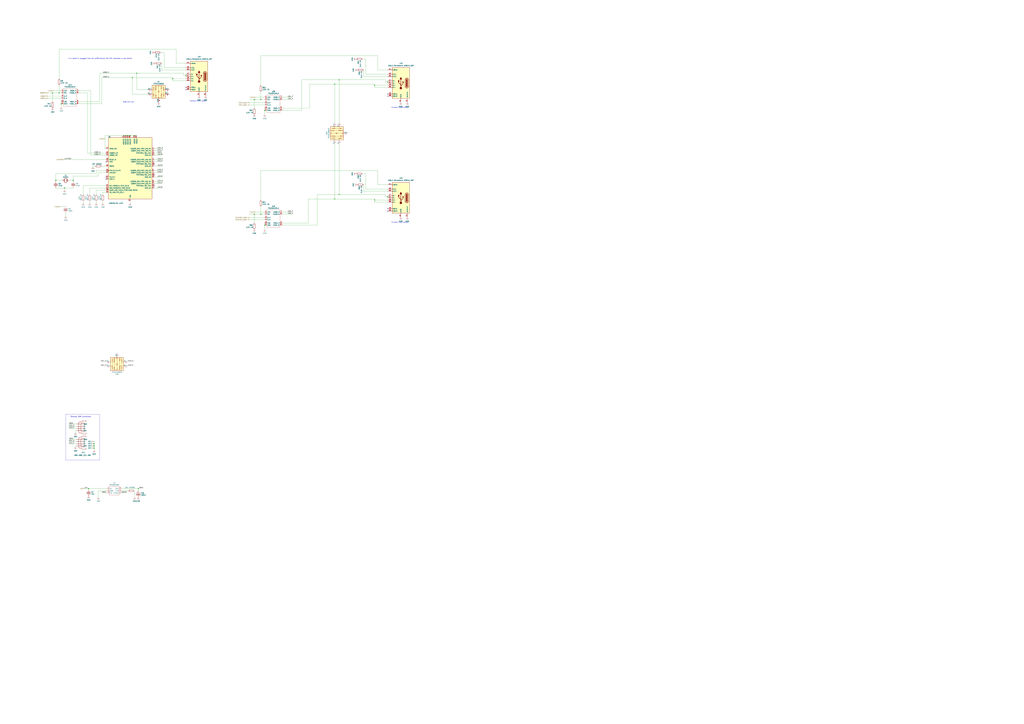
<source format=kicad_sch>
(kicad_sch (version 20231120) (generator "eeschema") (generator_version "8.0")
  (paper "A0")
  (title_block (title "Compute Module 4 IO Board - USB") (rev "1") (company "© 2020-2022 Raspberry Pi Ltd (formerly Raspberry Pi (Trading) Ltd.)") (comment 1 "www.raspberrypi.com"))
  (junction (at 450.215 95.25))
  (junction (at 102.87 567.69) (diameter 1.016))
  (junction (at 109.22 520.7) (diameter 1.016))
  (junction (at 302.895 115.57) (diameter 1.016))
  (junction (at 450.215 228.6))
  (junction (at 302.895 248.92) (diameter 1.016))
  (junction (at 200.66 91.44))
  (junction (at 434.975 99.06))
  (junction (at 143.51 157.48))
  (junction (at 307.34 261.62))
  (junction (at 148.59 157.48))
  (junction (at 64.77 209.55) (diameter 1.016))
  (junction (at 295.275 115.57) (diameter 1.016))
  (junction (at 295.275 248.92) (diameter 1.016))
  (junction (at 109.22 515.62) (diameter 1.016))
  (junction (at 158.75 85.09))
  (junction (at 434.975 232.41))
  (junction (at 160.528 567.69))
  (junction (at 388.62 231.14))
  (junction (at 68.58 107.95) (diameter 1.016))
  (junction (at 109.22 518.16) (diameter 1.016))
  (junction (at 151.13 157.48) (diameter 1.016))
  (junction (at 307.34 128.27))
  (junction (at 146.05 157.48))
  (junction (at 85.09 209.55) (diameter 1.016))
  (junction (at 153.67 90.17))
  (junction (at 71.12 120.65) (diameter 1.016))
  (junction (at 60.96 107.95) (diameter 1.016))
  (junction (at 388.62 97.79))
  (junction (at 215.9 87.63))
  (junction (at 156.21 157.48))
  (junction (at 393.7 226.06))
  (junction (at 74.93 218.44) (diameter 1.016))
  (junction (at 393.7 92.71))
  (no_connect (at 123.19 205.74))
  (no_connect (at 450.215 242.57))
  (no_connect (at 123.19 187.96))
  (no_connect (at 215.9 101.6))
  (no_connect (at 450.215 245.11))
  (no_connect (at 450.215 111.76))
  (no_connect (at 123.19 208.28))
  (no_connect (at 215.9 104.14))
  (no_connect (at 179.07 203.2))
  (no_connect (at 179.07 190.5))
  (no_connect (at 179.07 215.9))
  (no_connect (at 450.215 109.22))
  (wire (pts (xy 179.07 180.34) (xy 187.96 180.34)))
  (wire (pts (xy 114.3 200.66) (xy 114.3 204.47)))
  (wire (pts (xy 179.07 172.72) (xy 187.96 172.72)))
  (wire (pts (xy 393.7 167.64) (xy 393.7 226.06)))
  (wire (pts (xy 307.34 259.08) (xy 307.34 261.62)))
  (wire (pts (xy 171.45 104.14) (xy 158.75 104.14)))
  (wire (pts (xy 302.895 64.77) (xy 438.785 64.77)))
  (wire (pts (xy 434.975 232.41) (xy 450.215 232.41)))
  (wire (pts (xy 450.215 219.71) (xy 424.815 219.71)))
  (wire (pts (xy 307.34 128.27) (xy 307.34 133.35)))
  (wire (pts (xy 80.01 495.3) (xy 88.9 495.3)))
  (wire (pts (xy 447.675 95.25) (xy 450.215 95.25)))
  (wire (pts (xy 368.3 261.62) (xy 368.3 226.06)))
  (wire (pts (xy 307.34 248.92) (xy 302.895 248.92)))
  (wire (pts (xy 179.07 200.66) (xy 187.96 200.66)))
  (wire (pts (xy 64.77 210.82) (xy 64.77 209.55)))
  (wire (pts (xy 80.01 497.84) (xy 88.9 497.84)))
  (wire (pts (xy 102.87 567.69) (xy 124.46 567.69)))
  (wire (pts (xy 143.51 157.48) (xy 146.05 157.48)))
  (wire (pts (xy 388.62 97.79) (xy 434.975 97.79)))
  (wire (pts (xy 302.895 64.77) (xy 302.895 99.06)))
  (wire (pts (xy 179.07 175.26) (xy 187.96 175.26)))
  (wire (pts (xy 359.41 125.73) (xy 359.41 97.79)))
  (wire (pts (xy 368.3 226.06) (xy 393.7 226.06)))
  (wire (pts (xy 85.09 204.47) (xy 85.09 209.55)))
  (wire (pts (xy 123.19 177.8) (xy 101.6 177.8)))
  (wire (pts (xy 307.34 125.73) (xy 307.34 128.27)))
  (wire (pts (xy 434.975 97.79) (xy 434.975 99.06)))
  (wire (pts (xy 121.92 157.48) (xy 121.92 172.72)))
  (wire (pts (xy 111.76 226.06) (xy 111.76 220.98)))
  (wire (pts (xy 296.545 113.03) (xy 307.34 113.03)))
  (wire (pts (xy 101.6 107.95) (xy 91.44 107.95)))
  (wire (pts (xy 179.07 198.12) (xy 187.96 198.12)))
  (wire (pts (xy 96.52 233.68) (xy 96.52 236.22)))
  (wire (pts (xy 124.46 570.23) (xy 114.3 570.23)))
  (wire (pts (xy 111.76 201.93) (xy 64.77 201.93)))
  (wire (pts (xy 71.12 107.95) (xy 68.58 107.95)))
  (wire (pts (xy 179.07 213.36) (xy 187.96 213.36)))
  (wire (pts (xy 121.92 157.48) (xy 143.51 157.48)))
  (wire (pts (xy 114.3 570.23) (xy 114.3 577.85)))
  (wire (pts (xy 358.14 231.14) (xy 388.62 231.14)))
  (wire (pts (xy 118.11 90.17) (xy 153.67 90.17)))
  (wire (pts (xy 307.34 261.62) (xy 307.34 266.7)))
  (wire (pts (xy 388.62 97.79) (xy 388.62 142.24)))
  (wire (pts (xy 105.41 105.41) (xy 105.41 180.34)))
  (wire (pts (xy 438.785 214.63) (xy 450.215 214.63)))
  (wire (pts (xy 146.05 157.48) (xy 148.59 157.48)))
  (wire (pts (xy 200.66 91.44) (xy 215.9 91.44)))
  (wire (pts (xy 179.07 218.44) (xy 187.96 218.44)))
  (wire (pts (xy 111.76 198.12) (xy 111.76 201.93)))
  (wire (pts (xy 64.77 201.93) (xy 64.77 209.55)))
  (wire (pts (xy 110.49 193.04) (xy 107.95 193.04)))
  (wire (pts (xy 434.975 101.6) (xy 450.215 101.6)))
  (wire (pts (xy 450.215 86.36) (xy 424.815 86.36)))
  (wire (pts (xy 213.36 85.09) (xy 213.36 87.63)))
  (wire (pts (xy 68.58 57.15) (xy 204.47 57.15)))
  (wire (pts (xy 447.675 226.06) (xy 447.675 228.6)))
  (wire (pts (xy 215.9 86.36) (xy 215.9 87.63)))
  (wire (pts (xy 91.44 120.65) (xy 118.11 120.65)))
  (wire (pts (xy 119.38 233.68) (xy 119.38 236.22)))
  (wire (pts (xy 109.22 520.7) (xy 109.22 523.24)))
  (wire (pts (xy 289.56 121.92) (xy 307.34 121.92)))
  (wire (pts (xy 104.14 218.44) (xy 123.19 218.44)))
  (wire (pts (xy 450.215 222.25) (xy 422.275 222.25)))
  (wire (pts (xy 118.11 120.65) (xy 118.11 90.17)))
  (wire (pts (xy 109.22 513.08) (xy 109.22 515.62)))
  (wire (pts (xy 104.14 233.68) (xy 104.14 236.22)))
  (wire (pts (xy 85.09 209.55) (xy 85.09 210.82)))
  (wire (pts (xy 179.07 185.42) (xy 187.96 185.42)))
  (wire (pts (xy 215.9 78.74) (xy 190.5 78.74)))
  (wire (pts (xy 213.36 87.63) (xy 215.9 87.63)))
  (wire (pts (xy 393.7 92.71) (xy 447.675 92.71)))
  (wire (pts (xy 171.45 109.22) (xy 153.67 109.22)))
  (wire (pts (xy 118.11 193.04) (xy 123.19 193.04)))
  (wire (pts (xy 302.895 115.57) (xy 295.275 115.57)))
  (wire (pts (xy 80.01 513.08) (xy 88.9 513.08)))
  (wire (pts (xy 140.97 567.69) (xy 160.528 567.69)))
  (wire (pts (xy 424.815 201.93) (xy 421.005 201.93)))
  (wire (pts (xy 97.79 567.69) (xy 102.87 567.69)))
  (wire (pts (xy 179.07 205.74) (xy 187.96 205.74)))
  (wire (pts (xy 151.13 157.48) (xy 156.21 157.48)))
  (wire (pts (xy 450.215 228.6) (xy 450.215 229.87)))
  (wire (pts (xy 327.66 261.62) (xy 368.3 261.62)))
  (wire (pts (xy 450.215 95.25) (xy 450.215 96.52)))
  (wire (pts (xy 115.57 85.09) (xy 158.75 85.09)))
  (wire (pts (xy 327.66 246.38) (xy 339.09 246.38)))
  (wire (pts (xy 289.56 248.92) (xy 295.275 248.92)))
  (wire (pts (xy 91.44 118.11) (xy 115.57 118.11)))
  (wire (pts (xy 447.675 228.6) (xy 450.215 228.6)))
  (wire (pts (xy 55.88 114.3) (xy 71.12 114.3)))
  (wire (pts (xy 96.52 215.9) (xy 123.19 215.9)))
  (wire (pts (xy 289.56 252.73) (xy 307.34 252.73)))
  (wire (pts (xy 200.66 90.17) (xy 200.66 91.44)))
  (wire (pts (xy 179.07 187.96) (xy 187.96 187.96)))
  (wire (pts (xy 123.19 200.66) (xy 114.3 200.66)))
  (wire (pts (xy 115.57 118.11) (xy 115.57 85.09)))
  (wire (pts (xy 158.75 85.09) (xy 213.36 85.09)))
  (wire (pts (xy 160.528 567.69) (xy 161.29 567.69)))
  (wire (pts (xy 434.975 99.06) (xy 434.975 101.6)))
  (wire (pts (xy 80.01 510.54) (xy 88.9 510.54)))
  (wire (pts (xy 114.3 204.47) (xy 85.09 204.47)))
  (wire (pts (xy 388.62 231.14) (xy 434.975 231.14)))
  (wire (pts (xy 289.56 115.57) (xy 295.275 115.57)))
  (wire (pts (xy 111.76 233.68) (xy 111.76 236.22)))
  (wire (pts (xy 302.895 198.12) (xy 302.895 232.41)))
  (wire (pts (xy 302.895 198.12) (xy 438.785 198.12)))
  (wire (pts (xy 424.815 68.58) (xy 421.005 68.58)))
  (wire (pts (xy 109.22 515.62) (xy 109.22 518.16)))
  (wire (pts (xy 74.93 218.44) (xy 85.09 218.44)))
  (wire (pts (xy 200.66 91.44) (xy 200.66 93.98)))
  (wire (pts (xy 327.66 259.08) (xy 358.14 259.08)))
  (wire (pts (xy 179.07 193.04) (xy 187.96 193.04)))
  (wire (pts (xy 119.38 226.06) (xy 119.38 223.52)))
  (wire (pts (xy 109.22 518.16) (xy 109.22 520.7)))
  (wire (pts (xy 148.59 157.48) (xy 151.13 157.48)))
  (wire (pts (xy 55.245 107.95) (xy 60.96 107.95)))
  (wire (pts (xy 156.21 570.23) (xy 156.21 577.85)))
  (wire (pts (xy 434.975 234.95) (xy 450.215 234.95)))
  (wire (pts (xy 111.76 198.12) (xy 123.19 198.12)))
  (wire (pts (xy 438.785 81.28) (xy 450.215 81.28)))
  (wire (pts (xy 450.215 227.33) (xy 450.215 228.6)))
  (wire (pts (xy 327.66 125.73) (xy 359.41 125.73)))
  (wire (pts (xy 151.13 233.68) (xy 151.13 236.22)))
  (wire (pts (xy 359.41 97.79) (xy 388.62 97.79)))
  (wire (pts (xy 302.895 240.03) (xy 302.895 248.92)))
  (wire (pts (xy 160.528 567.69) (xy 160.528 570.23)))
  (wire (pts (xy 88.9 500.38) (xy 87.63 500.38)))
  (wire (pts (xy 179.07 210.82) (xy 187.96 210.82)))
  (wire (pts (xy 393.7 226.06) (xy 447.675 226.06)))
  (wire (pts (xy 80.01 492.76) (xy 88.9 492.76)))
  (wire (pts (xy 64.77 209.55) (xy 72.39 209.55)))
  (wire (pts (xy 179.07 177.8) (xy 187.96 177.8)))
  (wire (pts (xy 422.275 222.25) (xy 422.275 214.63)))
  (wire (pts (xy 140.97 572.77) (xy 147.32 572.77)))
  (wire (pts (xy 204.47 73.66) (xy 215.9 73.66)))
  (wire (pts (xy 140.97 570.23) (xy 148.59 570.23)))
  (wire (pts (xy 153.67 90.17) (xy 200.66 90.17)))
  (wire (pts (xy 118.11 572.77) (xy 124.46 572.77)))
  (wire (pts (xy 123.19 172.72) (xy 121.92 172.72)))
  (wire (pts (xy 289.56 255.27) (xy 307.34 255.27)))
  (wire (pts (xy 350.52 128.27) (xy 327.66 128.27)))
  (wire (pts (xy 119.38 223.52) (xy 123.19 223.52)))
  (wire (pts (xy 76.2 251.46) (xy 76.2 247.65)))
  (wire (pts (xy 204.47 57.15) (xy 204.47 73.66)))
  (wire (pts (xy 64.77 218.44) (xy 74.93 218.44)))
  (wire (pts (xy 434.975 231.14) (xy 434.975 232.41)))
  (wire (pts (xy 105.41 180.34) (xy 123.19 180.34)))
  (wire (pts (xy 450.215 88.9) (xy 422.275 88.9)))
  (wire (pts (xy 393.7 92.71) (xy 393.7 142.24)))
  (wire (pts (xy 80.01 515.62) (xy 88.9 515.62)))
  (wire (pts (xy 327.66 115.57) (xy 339.09 115.57)))
  (wire (pts (xy 302.895 106.68) (xy 302.895 115.57)))
  (wire (pts (xy 69.85 240.03) (xy 76.2 240.03)))
  (wire (pts (xy 71.12 120.65) (xy 71.12 124.46)))
  (wire (pts (xy 60.96 107.95) (xy 60.96 118.11)))
  (wire (pts (xy 350.52 92.71) (xy 350.52 128.27)))
  (wire (pts (xy 88.9 518.16) (xy 87.63 518.16)))
  (wire (pts (xy 215.9 81.28) (xy 187.96 81.28)))
  (wire (pts (xy 101.6 107.95) (xy 101.6 177.8)))
  (wire (pts (xy 327.66 248.92) (xy 339.09 248.92)))
  (wire (pts (xy 68.58 99.06) (xy 68.58 107.95)))
  (wire (pts (xy 190.5 60.96) (xy 186.69 60.96)))
  (wire (pts (xy 91.44 105.41) (xy 105.41 105.41)))
  (wire (pts (xy 74.93 185.42) (xy 123.19 185.42)))
  (wire (pts (xy 295.275 115.57) (xy 295.275 125.73)))
  (wire (pts (xy 307.34 115.57) (xy 302.895 115.57)))
  (wire (pts (xy 438.785 64.77) (xy 438.785 81.28)))
  (wire (pts (xy 295.275 248.92) (xy 295.275 259.08)))
  (wire (pts (xy 350.52 92.71) (xy 393.7 92.71)))
  (wire (pts (xy 289.56 119.38) (xy 307.34 119.38)))
  (wire (pts (xy 87.63 518.16) (xy 87.63 519.43)))
  (wire (pts (xy 434.975 232.41) (xy 434.975 234.95)))
  (wire (pts (xy 62.23 105.41) (xy 71.12 105.41)))
  (wire (pts (xy 55.88 111.76) (xy 71.12 111.76)))
  (wire (pts (xy 327.66 113.03) (xy 339.09 113.03)))
  (wire (pts (xy 438.785 198.12) (xy 438.785 214.63)))
  (wire (pts (xy 187.96 81.28) (xy 187.96 73.66)))
  (wire (pts (xy 424.815 86.36) (xy 424.815 68.58)))
  (wire (pts (xy 104.14 226.06) (xy 104.14 218.44)))
  (wire (pts (xy 80.01 209.55) (xy 85.09 209.55)))
  (wire (pts (xy 450.215 93.98) (xy 450.215 95.25)))
  (wire (pts (xy 68.58 107.95) (xy 60.96 107.95)))
  (wire (pts (xy 96.52 226.06) (xy 96.52 215.9)))
  (wire (pts (xy 424.815 219.71) (xy 424.815 201.93)))
  (wire (pts (xy 87.63 500.38) (xy 87.63 502.92)))
  (wire (pts (xy 102.87 568.96) (xy 102.87 567.69)))
  (wire (pts (xy 358.14 259.08) (xy 358.14 231.14)))
  (wire (pts (xy 302.895 248.92) (xy 295.275 248.92)))
  (wire (pts (xy 388.62 167.64) (xy 388.62 231.14)))
  (wire (pts (xy 190.5 78.74) (xy 190.5 60.96)))
  (wire (pts (xy 107.95 193.04) (xy 107.95 194.31)))
  (wire (pts (xy 447.675 92.71) (xy 447.675 95.25)))
  (wire (pts (xy 68.58 57.15) (xy 68.58 91.44)))
  (wire (pts (xy 156.21 157.48) (xy 158.75 157.48)))
  (wire (pts (xy 111.76 220.98) (xy 123.19 220.98)))
  (wire (pts (xy 296.545 246.38) (xy 307.34 246.38)))
  (wire (pts (xy 71.12 118.11) (xy 71.12 120.65)))
  (wire (pts (xy 74.93 218.44) (xy 74.93 220.98)))
  (wire (pts (xy 153.67 109.22) (xy 153.67 90.17)))
  (wire (pts (xy 215.9 87.63) (xy 215.9 88.9)))
  (wire (pts (xy 200.66 93.98) (xy 215.9 93.98)))
  (wire (pts (xy 158.75 104.14) (xy 158.75 85.09)))
  (wire (pts (xy 422.275 88.9) (xy 422.275 81.28)))
  (wire (pts (xy 434.975 99.06) (xy 450.215 99.06)))
  (rectangle (start 76.2 481.33) (end 115.57 534.67))
  (text "Current Limit switch" (at 240.03 118.11 0) (effects (font (size 1.27 1.27)) (justify right bottom)))
  (text "USB 2.0 Hub" (at 155.3718 119.3292 0) (effects (font (size 1.27 1.27)) (justify right bottom)))
  (text "If a cable in plugged into the uUSB socket the CM4 becomes a usb device" (at 79.502 68.834 0) (effects (font (size 1.27 1.27)) (justify left bottom)))
  (text "Current Limit switch" (at 474.345 125.73 0) (effects (font (size 1.27 1.27)) (justify right bottom)))
  (text "Stacked USB connectors" (at 105.664 484.886 0) (effects (font (size 1.27 1.27)) (justify right bottom)))
  (text "Current Limit switch" (at 474.345 259.08 0) (effects (font (size 1.27 1.27)) (justify right bottom)))
  (label "nOCS1" (at 182.88 180.34 0))
  (label "HD2_P" (at 148.59 425.45 0))
  (label "HD2_P" (at 80.01 497.84 0))
  (label "HD1_P" (at 80.01 515.62 0))
  (label "HD1_N" (at 182.88 172.72 0))
  (label "HD4_N" (at 334.01 115.57 0))
  (label "HD4_P" (at 334.01 113.03 0))
  (label "nOCS1" (at 140.97 572.77 0))
  (label "VBUS" (at 80.01 492.76 0))
  (label "HD2_N" (at 80.01 495.3 0))
  (label "PWR1" (at 187.96 177.8 180))
  (label "nOCS1" (at 182.88 193.04 0))
  (label "VBUS" (at 161.29 567.69 0))
  (label "USBD_N" (at 119.38 90.17 0))
  (label "HD2_P" (at 182.88 187.96 0))
  (label "HD1_P" (at 123.19 425.45 180))
  (label "VBUS" (at 80.01 510.54 0))
  (label "+5v" (at 97.79 567.69 0))
  (label "HD4_P" (at 182.88 213.36 0))
  (label "USBH_P" (at 109.22 180.34 0))
  (label "HD3_P" (at 182.88 200.66 0))
  (label "nEXTRST" (at 74.93 185.42 0))
  (label "HD3_P" (at 334.01 246.38 0))
  (label "HD2_N" (at 182.88 185.42 0))
  (label "HD1_N" (at 80.01 513.08 0))
  (label "HD2_N" (at 148.59 420.37 0))
  (label "USBD_P" (at 119.38 85.09 0))
  (label "nOCS1" (at 182.88 218.44 0))
  (label "nOCS1" (at 182.88 205.74 0))
  (label "PWR1" (at 118.11 572.77 0))
  (label "USBH_N" (at 109.22 177.8 0))
  (label "HD1_N" (at 123.19 420.37 180))
  (label "HD4_N" (at 182.88 210.82 0))
  (label "HD3_N" (at 182.88 198.12 0))
  (label "HD1_P" (at 182.88 175.26 0))
  (label "HD3_N" (at 334.01 248.92 0))
  (hierarchical_label "CH343P_usbD-" (shape input) (at 289.56 255.27 180))
  (hierarchical_label "USB2_N" (shape bidirectional) (at 55.88 114.3 180))
  (hierarchical_label "+3.3v" (shape input) (at 121.92 161.29 180))
  (hierarchical_label "ESP_usbD-" (shape input) (at 289.56 121.92 180))
  (hierarchical_label "USBOTG" (shape output) (at 55.245 107.95 180))
  (hierarchical_label "+3.3v" (shape input) (at 69.85 240.03 180))
  (hierarchical_label "USB2_P" (shape bidirectional) (at 55.88 111.76 180))
  (hierarchical_label "ESP_usbD+" (shape input) (at 289.56 119.38 180))
  (hierarchical_label "+3.3v" (shape input) (at 62.23 105.41 180))
  (hierarchical_label "CH343P_usbD+" (shape input) (at 289.56 252.73 180))
  (hierarchical_label "+3.3v" (shape input) (at 296.545 113.03 180))
  (hierarchical_label "+3.3v" (shape input) (at 296.545 246.38 180))
  (hierarchical_label "nEXTRST" (shape input) (at 74.93 185.42 180))
  (hierarchical_label "+5v" (shape input) (at 97.79 567.69 180))
  (symbol (lib_id "CM4IO:USB_67298-4090") (at 96.52 508 0) (unit 1)
    (property "Reference" "J13" (at 94.615 525.78 0) (effects (justify left)))
    (property "Value" "690-008-221-904" (at 86.36 528.955 0) (effects (justify left)))
    (property "Footprint" "CM4IO:MOLEX_USB_67298-4090" (effects (hide yes)))
    (property "Datasheet" "Conn USB Type A RCP 4/4 POS Solder RA Thru-Hole 8 Terminal 2 Port Tray" (effects (hide yes)))
    (property "Field4" "Farnell" (effects (hide yes)))
    (property "Field5" "2751688" (effects (hide yes)))
    (property "Field6" "None" (effects (hide yes)))
    (property "Field7" "Molex" (effects (hide yes)))
    (property "Field8" "None" (effects (hide yes)))
    (property "Part Description" "USB-A (USB TYPE-A), Stacked Receptacle Connector 8 Position Through Hole, Right Angle" (effects (hide yes)))
  )
  (symbol (lib_id "Device:R") (at 68.58 95.25 0) (unit 1)
    (property "Reference" "R8" (at 70.358 94.0816 0) (effects (justify left)))
    (property "Value" "2.2K 1%" (at 70.358 96.393 0) (effects (justify left)))
    (property "Footprint" "Resistor_SMD:R_0805_2012Metric_Pad1.20x1.40mm_HandSolder" (effects (hide yes)))
    (property "Description" "Resistor" (effects (hide yes)))
    (property "Field4" "Farnell" (effects (hide yes)))
    (property "Field5" "9239278" (effects (hide yes)))
    (property "Field7" "KOA EUROPE GMBH" (effects (hide yes)))
    (property "Field6" "RK73G1ETQTP2201D         " (effects (hide yes)))
    (property "Part Description" "Resistor 2.2K M1005 1% 63mW" (effects (hide yes)))
    (property "Field8" "120889581" (effects (hide yes)))
  )
  (symbol (lib_id "power:GND") (at 102.87 576.58 0) (unit 1)
    (property "Reference" "#PWR017" (effects (hide yes)))
    (property "Value" "GND" (at 102.997 580.9742 0))
    (property "Description" "Power symbol creates a global label with name \"GND\" , ground" (effects (hide yes)))
  )
  (symbol (lib_id "power:GND") (at 87.63 502.92 0) (unit 1)
    (property "Reference" "#PWR023" (effects (hide yes)))
    (property "Value" "GND" (at 87.757 507.3142 0))
    (property "Description" "Power symbol creates a global label with name \"GND\" , ground" (effects (hide yes)))
  )
  (symbol (lib_id "power:GND") (at 87.63 519.43 0) (unit 1)
    (property "Reference" "#PWR024" (effects (hide yes)))
    (property "Value" "GND" (at 87.757 523.8242 0))
    (property "Description" "Power symbol creates a global label with name \"GND\" , ground" (effects (hide yes)))
  )
  (symbol (lib_id "Device:R") (at 60.96 121.92 0) (unit 1)
    (property "Reference" "R11" (at 55.245 120.65 0) (effects (justify left)))
    (property "Value" "2.2K 1%" (at 51.435 123.19 0) (effects (justify left)))
    (property "Footprint" "Resistor_SMD:R_0805_2012Metric_Pad1.20x1.40mm_HandSolder" (effects (hide yes)))
    (property "Description" "Resistor" (effects (hide yes)))
    (property "Field4" "Farnell" (effects (hide yes)))
    (property "Field5" "9239278" (effects (hide yes)))
    (property "Field7" "KOA EUROPE GMBH" (effects (hide yes)))
    (property "Field6" "RK73G1ETQTP2201D         " (effects (hide yes)))
    (property "Part Description" "Resistor 2.2K M1005 1% 63mW" (effects (hide yes)))
    (property "Field8" "120889581" (effects (hide yes)))
  )
  (symbol (lib_id "CM4IO:AP2553W6") (at 133.35 570.23 0) (unit 1)
    (property "Reference" "U7" (at 132.715 560.959 0))
    (property "Value" "AP22653W6" (at 132.715 563.2704 0))
    (property "Footprint" "Package_TO_SOT_SMD:SOT-23-6" (effects (hide yes)))
    (property "Datasheet" "https://www.diodes.com/assets/Datasheets/AP255x.pdf" (effects (hide yes)))
    (property "Field4" "Digikey" (effects (hide yes)))
    (property "Field5" "AP2553W6-7DICT-ND" (effects (hide yes)))
    (property "Field6" "AP22653W6" (effects (hide yes)))
    (property "Field7" "Diodes" (effects (hide yes)))
    (property "Part Description" "	Power Switch/Driver 1:1 P-Channel 2.1A SOT-23-6" (effects (hide yes)))
  )
  (symbol (lib_id "Interface_USB:USB2514B_Bi") (at 151.13 195.58 0) (unit 1)
    (property "Reference" "U6" (at 127 158.75 0))
    (property "Value" "USB2514B-I/M2" (at 134.62 236.22 0))
    (property "Footprint" "Package_DFN_QFN:QFN-36-1EP_6x6mm_P0.5mm_EP3.7x3.7mm" (effects (hide yes)))
    (property "Datasheet" "http://ww1.microchip.com/downloads/en/DeviceDoc/00001692C.pdf" (effects (hide yes)))
    (property "Description" "USB 2.0 Hi-Speed Hub Controller" (effects (hide yes)))
    (property "Field4" "Farnell" (effects (hide yes)))
    (property "Field5" "2775060" (effects (hide yes)))
    (property "Field6" "USB2514B-I/M2" (effects (hide yes)))
    (property "Field7" "Microchip" (effects (hide yes)))
    (property "Part Description" "	USB Hub Controller USB Interface 36-SQFN (6x6)" (effects (hide yes)))
    (property "Field8" "UICC00931" (effects (hide yes)))
  )
  (symbol (lib_id "power:GND") (at 107.95 194.31 0) (unit 1)
    (property "Reference" "#PWR010" (effects (hide yes)))
    (property "Value" "GND" (at 108.077 198.7042 0))
    (property "Description" "Power symbol creates a global label with name \"GND\" , ground" (effects (hide yes)))
  )
  (symbol (lib_id "power:GND") (at 114.3 577.85 0) (unit 1)
    (property "Reference" "#PWR014" (effects (hide yes)))
    (property "Value" "GND" (at 114.427 582.2442 0))
    (property "Description" "Power symbol creates a global label with name \"GND\" , ground" (effects (hide yes)))
  )
  (symbol (lib_id "Device:R") (at 111.76 229.87 0) (unit 1)
    (property "Reference" "R14" (at 107.315 231.775 90) (effects (justify left)))
    (property "Value" "36K 1%" (at 109.22 233.045 90) (effects (justify left)))
    (property "Footprint" "Resistor_SMD:R_0805_2012Metric_Pad1.20x1.40mm_HandSolder" (effects (hide yes)))
    (property "Description" "Resistor" (effects (hide yes)))
    (property "Field4" "Farnell" (effects (hide yes)))
    (property "Field5" "1458788" (effects (hide yes)))
    (property "Field7" "Rohm" (effects (hide yes)))
    (property "Field6" "MCR01MZPF3602" (effects (hide yes)))
    (property "Part Description" "Resistor 36K M1005 1% 63mW" (effects (hide yes)))
  )
  (symbol (lib_id "Device:R") (at 104.14 229.87 0) (unit 1)
    (property "Reference" "R13" (at 99.695 231.775 90) (effects (justify left)))
    (property "Value" "36K 1%" (at 101.6 233.045 90) (effects (justify left)))
    (property "Footprint" "Resistor_SMD:R_0805_2012Metric_Pad1.20x1.40mm_HandSolder" (effects (hide yes)))
    (property "Description" "Resistor" (effects (hide yes)))
    (property "Field4" "Farnell" (effects (hide yes)))
    (property "Field5" "1458788" (effects (hide yes)))
    (property "Field7" "Rohm" (effects (hide yes)))
    (property "Field6" "MCR01MZPF3602" (effects (hide yes)))
    (property "Part Description" "Resistor 36K M1005 1% 63mW" (effects (hide yes)))
  )
  (symbol (lib_id "Device:R") (at 96.52 229.87 0) (unit 1)
    (property "Reference" "R12" (at 92.075 231.775 90) (effects (justify left)))
    (property "Value" "36K 1%" (at 93.98 233.045 90) (effects (justify left)))
    (property "Footprint" "Resistor_SMD:R_0805_2012Metric_Pad1.20x1.40mm_HandSolder" (effects (hide yes)))
    (property "Description" "Resistor" (effects (hide yes)))
    (property "Field4" "Farnell" (effects (hide yes)))
    (property "Field5" "1458788" (effects (hide yes)))
    (property "Field7" "Rohm" (effects (hide yes)))
    (property "Field6" "MCR01MZPF3602" (effects (hide yes)))
    (property "Part Description" "Resistor 36K M1005 1% 63mW" (effects (hide yes)))
  )
  (symbol (lib_id "power:GND") (at 96.52 236.22 0) (unit 1)
    (property "Reference" "#PWR08" (effects (hide yes)))
    (property "Value" "GND" (at 96.647 240.6142 0))
    (property "Description" "Power symbol creates a global label with name \"GND\" , ground" (effects (hide yes)))
  )
  (symbol (lib_id "power:GND") (at 104.14 236.22 0) (unit 1)
    (property "Reference" "#PWR09" (effects (hide yes)))
    (property "Value" "GND" (at 104.267 240.6142 0))
    (property "Description" "Power symbol creates a global label with name \"GND\" , ground" (effects (hide yes)))
  )
  (symbol (lib_id "power:GND") (at 111.76 236.22 0) (unit 1)
    (property "Reference" "#PWR011" (effects (hide yes)))
    (property "Value" "GND" (at 111.887 240.6142 0))
    (property "Description" "Power symbol creates a global label with name \"GND\" , ground" (effects (hide yes)))
  )
  (symbol (lib_id "power:GND") (at 119.38 236.22 0) (unit 1)
    (property "Reference" "#PWR012" (effects (hide yes)))
    (property "Value" "GND" (at 119.507 240.6142 0))
    (property "Description" "Power symbol creates a global label with name \"GND\" , ground" (effects (hide yes)))
  )
  (symbol (lib_id "Device:R") (at 152.4 570.23 90) (unit 1)
    (property "Reference" "R36" (at 156.21 566.42 90) (effects (justify left)))
    (property "Value" "15K 1%" (at 152.4 566.42 90) (effects (justify left)))
    (property "Footprint" "Resistor_SMD:R_0805_2012Metric_Pad1.20x1.40mm_HandSolder" (effects (hide yes)))
    (property "Description" "Resistor" (effects (hide yes)))
    (property "Field4" "Farnell" (effects (hide yes)))
    (property "Field5" "9239375" (effects (hide yes)))
    (property "Field6" "MCR01MZPF1502" (effects (hide yes)))
    (property "Field7" "Rohm" (effects (hide yes)))
    (property "Part Description" "Resistor 15K M1005 1% 63mW" (effects (hide yes)))
    (property "Field8" "120891581" (effects (hide yes)))
  )
  (symbol (lib_id "power:GND") (at 156.21 577.85 0) (unit 1)
    (property "Reference" "#PWR019" (effects (hide yes)))
    (property "Value" "GND" (at 156.337 582.2442 0))
    (property "Description" "Power symbol creates a global label with name \"GND\" , ground" (effects (hide yes)))
  )
  (symbol (lib_id "power:GND") (at 109.22 523.24 0) (unit 1)
    (property "Reference" "#PWR0114" (effects (hide yes)))
    (property "Value" "GND" (at 109.347 527.6342 0))
    (property "Description" "Power symbol creates a global label with name \"GND\" , ground" (effects (hide yes)))
  )
  (symbol (lib_id "CM4IO:FSUSB42MX") (at 80.01 121.92 0) (mirror y) (unit 1)
    (property "Reference" "U13" (at 81.28 98.679 0))
    (property "Value" "FSUSB42MUX" (at 81.28 100.9904 0))
    (property "Footprint" "Package_SO:MSOP-10_3x3mm_P0.5mm" (effects (hide yes)))
    (property "Datasheet" "https://www.onsemi.com/pub/Collateral/FSUSB42-D.PDF" (effects (hide yes)))
    (property "Field4" "Farnell" (effects (hide yes)))
    (property "Field5" "2564479" (effects (hide yes)))
    (property "Field6" "FSUSB42MUX" (effects (hide yes)))
    (property "Field7" "Onsemi" (effects (hide yes)))
    (property "Part Description" "USB Switch IC 1 Channel 10-MSOP" (effects (hide yes)))
  )
  (symbol (lib_id "power:GND") (at 151.13 236.22 0) (unit 1)
    (property "Reference" "#PWR0142" (effects (hide yes)))
    (property "Value" "GND" (at 151.257 240.6142 0))
    (property "Description" "Power symbol creates a global label with name \"GND\" , ground" (effects (hide yes)))
  )
  (symbol (lib_id "power:GND") (at 71.12 124.46 0) (unit 1)
    (property "Reference" "#PWR0143" (effects (hide yes)))
    (property "Value" "GND" (at 71.247 128.8542 0))
    (property "Description" "Power symbol creates a global label with name \"GND\" , ground" (effects (hide yes)))
  )
  (symbol (lib_id "power:GND") (at 60.96 125.73 0) (unit 1)
    (property "Reference" "#PWR0144" (effects (hide yes)))
    (property "Value" "GND" (at 61.087 130.1242 0))
    (property "Description" "Power symbol creates a global label with name \"GND\" , ground" (effects (hide yes)))
  )
  (symbol (lib_id "Device:R") (at 114.3 193.04 90) (unit 1)
    (property "Reference" "R15" (at 118.11 190.5 90) (effects (justify left)))
    (property "Value" "12K 1%" (at 114.3 190.5 90) (effects (justify left)))
    (property "Footprint" "Resistor_SMD:R_0805_2012Metric_Pad1.20x1.40mm_HandSolder" (effects (hide yes)))
    (property "Description" "Resistor" (effects (hide yes)))
    (property "Field4" "Farnell" (effects (hide yes)))
    (property "Field5" "9239367" (effects (hide yes)))
    (property "Field7" "Rohm" (effects (hide yes)))
    (property "Field6" "MCR01MZPF1202" (effects (hide yes)))
    (property "Part Description" "Resistor 12K M1005 1% 63mW" (effects (hide yes)))
  )
  (symbol (lib_id "Device:R") (at 119.38 229.87 0) (unit 1)
    (property "Reference" "R16" (at 114.935 231.775 90) (effects (justify left)))
    (property "Value" "36K 1%" (at 116.84 233.045 90) (effects (justify left)))
    (property "Footprint" "Resistor_SMD:R_0805_2012Metric_Pad1.20x1.40mm_HandSolder" (effects (hide yes)))
    (property "Description" "Resistor" (effects (hide yes)))
    (property "Field4" "Farnell" (effects (hide yes)))
    (property "Field5" "1458788" (effects (hide yes)))
    (property "Field7" "Rohm" (effects (hide yes)))
    (property "Field6" "MCR01MZPF3602" (effects (hide yes)))
    (property "Part Description" "Resistor 36K M1005 1% 63mW" (effects (hide yes)))
  )
  (symbol (lib_id "power:GND") (at 76.2 251.46 0) (unit 1)
    (property "Reference" "#PWR06" (effects (hide yes)))
    (property "Value" "GND" (at 76.327 255.8542 0))
    (property "Description" "Power symbol creates a global label with name \"GND\" , ground" (effects (hide yes)))
  )
  (symbol (lib_id "Device:C") (at 76.2 243.84 0) (unit 1)
    (property "Reference" "C6" (at 79.121 242.6716 0) (effects (justify left)))
    (property "Value" "100u" (at 79.121 244.983 0) (effects (justify left)))
    (property "Footprint" "Capacitor_SMD:C_0805_2012Metric" (effects (hide yes)))
    (property "Description" "Unpolarized capacitor" (effects (hide yes)))
    (property "Field5" "490-14381-1-ND" (effects (hide yes)))
    (property "Field4" "Digikey" (effects (hide yes)))
    (property "Field6" "GRM21BR71A106KA73L" (effects (hide yes)))
    (property "Field7" "Murata" (effects (hide yes)))
    (property "Part Description" "	10uF 10% 10V Ceramic Capacitor X7R 0805 (2012 Metric)" (effects (hide yes)))
    (property "Field8" "111893011" (effects (hide yes)))
  )
  (symbol (lib_id "Device:Crystal") (at 76.2 209.55 0) (unit 1)
    (property "Reference" "Y1" (at 76.2 203.835 0))
    (property "Value" "24MHz" (at 76.2 205.74 0))
    (property "Footprint" "Crystal:Crystal_SMD_HC49-SD" (effects (hide yes)))
    (property "Description" "Two pin crystal" (effects (hide yes)))
    (property "Field4" "Farnell" (effects (hide yes)))
    (property "Field5" "2508493" (effects (hide yes)))
    (property "Field7" "AEL" (effects (hide yes)))
    (property "Field6" "X24M000000S128" (effects (hide yes)))
    (property "Part Description" "24MHz Crystal 18pf 30ppm 30ppm" (effects (hide yes)))
  )
  (symbol (lib_id "Device:C") (at 64.77 214.63 0) (unit 1)
    (property "Reference" "C8" (at 67.691 213.4616 0) (effects (justify left)))
    (property "Value" "27pF" (at 67.691 215.773 0) (effects (justify left)))
    (property "Footprint" "Capacitor_SMD:C_0805_2012Metric" (effects (hide yes)))
    (property "Description" "Unpolarized capacitor" (effects (hide yes)))
    (property "Field8" "UCAP00738 " (effects (hide yes)))
    (property "Field5" "490-17672-1-ND" (effects (hide yes)))
    (property "Field6" "GJM1555C1H270JB01D" (effects (hide yes)))
    (property "Field7" "Murata" (effects (hide yes)))
    (property "Part Description" "	27pF 5% 50V Ceramic Capacitor C0G, NP0 0402 (1005 Metric)" (effects (hide yes)))
    (property "Field4" "Digikey" (effects (hide yes)))
  )
  (symbol (lib_id "Device:C") (at 85.09 214.63 0) (unit 1)
    (property "Reference" "C9" (at 88.011 213.4616 0) (effects (justify left)))
    (property "Value" "27pF" (at 88.011 215.773 0) (effects (justify left)))
    (property "Footprint" "Capacitor_SMD:C_0805_2012Metric" (effects (hide yes)))
    (property "Description" "Unpolarized capacitor" (effects (hide yes)))
    (property "Field8" "UCAP00738 " (effects (hide yes)))
    (property "Field5" "490-17672-1-ND" (effects (hide yes)))
    (property "Field6" "GJM1555C1H270JB01D" (effects (hide yes)))
    (property "Field7" "Murata" (effects (hide yes)))
    (property "Part Description" "	27pF 5% 50V Ceramic Capacitor C0G, NP0 0402 (1005 Metric)" (effects (hide yes)))
    (property "Field4" "Digikey" (effects (hide yes)))
  )
  (symbol (lib_id "power:GND") (at 74.93 220.98 0) (unit 1)
    (property "Reference" "#PWR07" (effects (hide yes)))
    (property "Value" "GND" (at 75.057 225.3742 0))
    (property "Description" "Power symbol creates a global label with name \"GND\" , ground" (effects (hide yes)))
  )
  (symbol (lib_id "power:GND") (at 160.528 577.85 0) (unit 1)
    (property "Reference" "#PWR01" (effects (hide yes)))
    (property "Value" "GND" (at 160.655 582.2442 0))
    (property "Description" "Power symbol creates a global label with name \"GND\" , ground" (effects (hide yes)))
  )
  (symbol (lib_id "Device:C") (at 102.87 572.77 0) (unit 1)
    (property "Reference" "C2" (at 105.791 571.6016 0) (effects (justify left)))
    (property "Value" "10u" (at 105.791 573.913 0) (effects (justify left)))
    (property "Footprint" "Capacitor_SMD:C_0805_2012Metric" (effects (hide yes)))
    (property "Description" "Unpolarized capacitor" (effects (hide yes)))
    (property "Field5" "490-14381-1-ND" (effects (hide yes)))
    (property "Field4" "Digikey" (effects (hide yes)))
    (property "Field6" "GRM21BR71A106KA73L" (effects (hide yes)))
    (property "Field7" "Murata" (effects (hide yes)))
    (property "Part Description" "	10uF 10% 10V Ceramic Capacitor X7R 0805 (2012 Metric)" (effects (hide yes)))
    (property "Field8" "111893011" (effects (hide yes)))
  )
  (symbol (lib_id "Device:CP") (at 160.528 574.04 0) (unit 1)
    (property "Reference" "C16" (at 163.5252 572.897 0) (effects (justify left)))
    (property "Value" "100uF" (at 163.5252 575.183 0) (effects (justify left)))
    (property "Footprint" "Capacitor_Tantalum_SMD:CP_EIA-7343-31_Kemet-D" (effects (hide yes)))
    (property "Field4" "Mouser" (effects (hide yes)))
    (property "Field5" "667-EEF-CX0J101R" (effects (hide yes)))
    (property "Part Description" "Capacitor, SP-Cap, 100u, 6.3V, 15mR ESR" (effects (hide yes)))
  )
  (symbol (lib_id "power:GND") (at 473.075 252.73 0) (mirror y) (unit 1)
    (property "Reference" "#PWR066" (effects (hide yes)))
    (property "Value" "GND" (at 472.948 257.1242 0))
    (property "Description" "Power symbol creates a global label with name \"GND\" , ground" (effects (hide yes)))
  )
  (symbol (lib_id "power:GND") (at 179.07 60.96 270) (unit 1)
    (property "Reference" "#PWR018" (effects (hide yes)))
    (property "Value" "GND" (at 174.6758 61.087 0))
    (property "Description" "Power symbol creates a global label with name \"GND\" , ground" (effects (hide yes)))
  )
  (symbol (lib_id "power:GND") (at 465.455 119.38 0) (mirror y) (unit 1)
    (property "Reference" "#PWR060" (effects (hide yes)))
    (property "Value" "GND" (at 465.328 123.7742 0))
    (property "Description" "Power symbol creates a global label with name \"GND\" , ground" (effects (hide yes)))
  )
  (symbol (lib_id "Device:R") (at 295.275 129.54 0) (unit 1)
    (property "Reference" "R62" (at 289.56 128.27 0) (effects (justify left)))
    (property "Value" "2.2K 1%" (at 285.75 130.81 0) (effects (justify left)))
    (property "Footprint" "Resistor_SMD:R_0805_2012Metric_Pad1.20x1.40mm_HandSolder" (effects (hide yes)))
    (property "Description" "Resistor" (effects (hide yes)))
    (property "Field4" "Farnell" (effects (hide yes)))
    (property "Field5" "9239278" (effects (hide yes)))
    (property "Field7" "KOA EUROPE GMBH" (effects (hide yes)))
    (property "Field6" "RK73G1ETQTP2201D         " (effects (hide yes)))
    (property "Part Description" "Resistor 2.2K M1005 1% 63mW" (effects (hide yes)))
    (property "Field8" "120889581" (effects (hide yes)))
  )
  (symbol (lib_id "power:GND") (at 414.655 214.63 270) (unit 1)
    (property "Reference" "#PWR064" (effects (hide yes)))
    (property "Value" "GND" (at 410.2608 214.757 0))
    (property "Description" "Power symbol creates a global label with name \"GND\" , ground" (effects (hide yes)))
  )
  (symbol (lib_id "Connector:USB_C_Receptacle_USB2.0_16P") (at 465.455 96.52 0) (mirror y) (unit 1)
    (property "Reference" "J19" (at 465.455 73.66 0))
    (property "Value" "USB_C_Receptacle_USB2.0_16P" (at 465.455 76.2 0))
    (property "Footprint" "Connector_USB:USB_C_Receptacle_Palconn_UTC16-G" (effects (hide yes)))
    (property "Datasheet" "https://www.usb.org/sites/default/files/documents/usb_type-c.zip" (effects (hide yes)))
    (property "Description" "USB 2.0-only 16P Type-C Receptacle connector" (effects (hide yes)))
  )
  (symbol (lib_id "power:GND") (at 473.075 119.38 0) (mirror y) (unit 1)
    (property "Reference" "#PWR061" (effects (hide yes)))
    (property "Value" "GND" (at 472.948 123.7742 0))
    (property "Description" "Power symbol creates a global label with name \"GND\" , ground" (effects (hide yes)))
  )
  (symbol (lib_id "CM4IO:FSUSB42MX") (at 316.23 129.54 0) (mirror y) (unit 1)
    (property "Reference" "U38" (at 317.5 106.299 0))
    (property "Value" "FSUSB42MUX" (at 317.5 108.6104 0))
    (property "Footprint" "Package_SO:MSOP-10_3x3mm_P0.5mm" (effects (hide yes)))
    (property "Datasheet" "https://www.onsemi.com/pub/Collateral/FSUSB42-D.PDF" (effects (hide yes)))
    (property "Field4" "Farnell" (effects (hide yes)))
    (property "Field5" "2564479" (effects (hide yes)))
    (property "Field6" "FSUSB42MUX" (effects (hide yes)))
    (property "Field7" "Onsemi" (effects (hide yes)))
    (property "Part Description" "USB Switch IC 1 Channel 10-MSOP" (effects (hide yes)))
  )
  (symbol (lib_id "power:GND") (at 180.34 73.66 270) (unit 1)
    (property "Reference" "#PWR028" (effects (hide yes)))
    (property "Value" "GND" (at 175.9458 73.787 0))
    (property "Description" "Power symbol creates a global label with name \"GND\" , ground" (effects (hide yes)))
  )
  (symbol (lib_id "Device:R") (at 417.195 201.93 90) (unit 1)
    (property "Reference" "R68" (at 415.925 207.645 0) (effects (justify left)))
    (property "Value" "5.1K 1%" (at 418.465 211.455 0) (effects (justify left)))
    (property "Footprint" "Resistor_SMD:R_0805_2012Metric_Pad1.20x1.40mm_HandSolder" (effects (hide yes)))
    (property "Description" "Resistor" (effects (hide yes)))
    (property "Field4" "Farnell" (effects (hide yes)))
    (property "Field5" "9239278" (effects (hide yes)))
    (property "Field7" "KOA EUROPE GMBH" (effects (hide yes)))
    (property "Field6" "RK73G1ETQTP2201D         " (effects (hide yes)))
    (property "Part Description" "Resistor 2.2K M1005 1% 63mW" (effects (hide yes)))
    (property "Field8" "120889581" (effects (hide yes)))
  )
  (symbol (lib_id "Connector:USB_C_Receptacle_USB2.0_16P") (at 231.14 88.9 0) (mirror y) (unit 1)
    (property "Reference" "J23" (at 231.14 66.04 0))
    (property "Value" "USB_C_Receptacle_USB2.0_16P" (at 231.14 68.58 0))
    (property "Footprint" "Connector_USB:USB_C_Receptacle_Palconn_UTC16-G" (effects (hide yes)))
    (property "Datasheet" "https://www.usb.org/sites/default/files/documents/usb_type-c.zip" (effects (hide yes)))
    (property "Description" "USB 2.0-only 16P Type-C Receptacle connector" (effects (hide yes)))
  )
  (symbol (lib_id "power:GND") (at 413.385 201.93 270) (unit 1)
    (property "Reference" "#PWR063" (effects (hide yes)))
    (property "Value" "GND" (at 408.9908 202.057 0))
    (property "Description" "Power symbol creates a global label with name \"GND\" , ground" (effects (hide yes)))
  )
  (symbol (lib_id "Device:R") (at 184.15 73.66 90) (unit 1)
    (property "Reference" "R31" (at 182.88 79.375 0) (effects (justify left)))
    (property "Value" "5.1K 1%" (at 185.42 83.185 0) (effects (justify left)))
    (property "Footprint" "Resistor_SMD:R_0805_2012Metric_Pad1.20x1.40mm_HandSolder" (effects (hide yes)))
    (property "Description" "Resistor" (effects (hide yes)))
    (property "Field4" "Farnell" (effects (hide yes)))
    (property "Field5" "9239278" (effects (hide yes)))
    (property "Field7" "KOA EUROPE GMBH" (effects (hide yes)))
    (property "Field6" "RK73G1ETQTP2201D         " (effects (hide yes)))
    (property "Part Description" "Resistor 2.2K M1005 1% 63mW" (effects (hide yes)))
    (property "Field8" "120889581" (effects (hide yes)))
  )
  (symbol (lib_id "Device:R") (at 418.465 81.28 90) (unit 1)
    (property "Reference" "R65" (at 417.195 86.995 0) (effects (justify left)))
    (property "Value" "5.1K 1%" (at 419.735 90.805 0) (effects (justify left)))
    (property "Footprint" "Resistor_SMD:R_0805_2012Metric_Pad1.20x1.40mm_HandSolder" (effects (hide yes)))
    (property "Description" "Resistor" (effects (hide yes)))
    (property "Field4" "Farnell" (effects (hide yes)))
    (property "Field5" "9239278" (effects (hide yes)))
    (property "Field7" "KOA EUROPE GMBH" (effects (hide yes)))
    (property "Field6" "RK73G1ETQTP2201D         " (effects (hide yes)))
    (property "Part Description" "Resistor 2.2K M1005 1% 63mW" (effects (hide yes)))
    (property "Field8" "120889581" (effects (hide yes)))
  )
  (symbol (lib_id "CM4IO:FSUSB42MX") (at 316.23 262.89 0) (mirror y) (unit 1)
    (property "Reference" "U40" (at 317.5 239.649 0))
    (property "Value" "FSUSB42MUX" (at 317.5 241.9604 0))
    (property "Footprint" "Package_SO:MSOP-10_3x3mm_P0.5mm" (effects (hide yes)))
    (property "Datasheet" "https://www.onsemi.com/pub/Collateral/FSUSB42-D.PDF" (effects (hide yes)))
    (property "Field4" "Farnell" (effects (hide yes)))
    (property "Field5" "2564479" (effects (hide yes)))
    (property "Field6" "FSUSB42MUX" (effects (hide yes)))
    (property "Field7" "Onsemi" (effects (hide yes)))
    (property "Part Description" "USB Switch IC 1 Channel 10-MSOP" (effects (hide yes)))
  )
  (symbol (lib_id "CM4IO:TPD4EUSB30") (at 135.89 422.91 180) (unit 1)
    (property "Reference" "U35" (at 135.89 434.7718 0))
    (property "Value" "TPD4EUSB30" (at 135.89 432.4604 0))
    (property "Footprint" "Package_SON:USON-10_2.5x1.0mm_P0.5mm" (effects (hide yes)))
    (property "Datasheet" "http://www.ti.com/lit/ds/symlink/tpd2eusb30a.pdf" (effects (hide yes)))
    (property "Field4" "Farnell" (effects (hide yes)))
    (property "Field5" "2335455" (effects (hide yes)))
    (property "Field6" "CDDFN10-3324P-13" (effects (hide yes)))
    (property "Field7" "Bourns" (effects (hide yes)))
    (property "Field8" "UDIO00346" (effects (hide yes)))
    (property "Part Description" "Quad TVS diode for high speed signals (USB3, GigE etc.)" (effects (hide yes)))
  )
  (symbol (lib_id "power:GND") (at 307.34 133.35 0) (unit 1)
    (property "Reference" "#PWR043" (effects (hide yes)))
    (property "Value" "GND" (at 307.467 137.7442 0))
    (property "Description" "Power symbol creates a global label with name \"GND\" , ground" (effects (hide yes)))
  )
  (symbol (lib_id "power:GND") (at 307.34 266.7 0) (unit 1)
    (property "Reference" "#PWR062" (effects (hide yes)))
    (property "Value" "GND" (at 307.467 271.0942 0))
    (property "Description" "Power symbol creates a global label with name \"GND\" , ground" (effects (hide yes)))
  )
  (symbol (lib_id "power:GND") (at 184.15 119.38 0) (unit 1)
    (property "Reference" "#PWR013" (effects (hide yes)))
    (property "Value" "GND" (at 184.277 123.7742 0))
  )
  (symbol (lib_id "power:GND") (at 465.455 252.73 0) (mirror y) (unit 1)
    (property "Reference" "#PWR065" (effects (hide yes)))
    (property "Value" "GND" (at 465.328 257.1242 0))
    (property "Description" "Power symbol creates a global label with name \"GND\" , ground" (effects (hide yes)))
  )
  (symbol (lib_id "Device:R") (at 182.88 60.96 90) (unit 1)
    (property "Reference" "R19" (at 181.61 66.675 0) (effects (justify left)))
    (property "Value" "5.1K 1%" (at 184.15 70.485 0) (effects (justify left)))
    (property "Footprint" "Resistor_SMD:R_0805_2012Metric_Pad1.20x1.40mm_HandSolder" (effects (hide yes)))
    (property "Description" "Resistor" (effects (hide yes)))
    (property "Field4" "Farnell" (effects (hide yes)))
    (property "Field5" "9239278" (effects (hide yes)))
    (property "Field7" "KOA EUROPE GMBH" (effects (hide yes)))
    (property "Field6" "RK73G1ETQTP2201D         " (effects (hide yes)))
    (property "Part Description" "Resistor 2.2K M1005 1% 63mW" (effects (hide yes)))
    (property "Field8" "120889581" (effects (hide yes)))
  )
  (symbol (lib_id "power:GND") (at 238.76 111.76 0) (mirror y) (unit 1)
    (property "Reference" "#PWR022" (effects (hide yes)))
    (property "Value" "GND" (at 238.633 116.1542 0))
    (property "Description" "Power symbol creates a global label with name \"GND\" , ground" (effects (hide yes)))
  )
  (symbol (lib_id "Connector:USB_C_Receptacle_USB2.0_16P") (at 465.455 229.87 0) (mirror y) (unit 1)
    (property "Reference" "J20" (at 465.455 207.01 0))
    (property "Value" "USB_C_Receptacle_USB2.0_16P" (at 465.455 209.55 0))
    (property "Footprint" "Connector_USB:USB_C_Receptacle_Palconn_UTC16-G" (effects (hide yes)))
    (property "Datasheet" "https://www.usb.org/sites/default/files/documents/usb_type-c.zip" (effects (hide yes)))
    (property "Description" "USB 2.0-only 16P Type-C Receptacle connector" (effects (hide yes)))
  )
  (symbol (lib_id "Device:R") (at 302.895 102.87 0) (unit 1)
    (property "Reference" "R63" (at 304.673 101.7016 0) (effects (justify left)))
    (property "Value" "2.2K 1%" (at 304.673 104.013 0) (effects (justify left)))
    (property "Footprint" "Resistor_SMD:R_0805_2012Metric_Pad1.20x1.40mm_HandSolder" (effects (hide yes)))
    (property "Description" "Resistor" (effects (hide yes)))
    (property "Field4" "Farnell" (effects (hide yes)))
    (property "Field5" "9239278" (effects (hide yes)))
    (property "Field7" "KOA EUROPE GMBH" (effects (hide yes)))
    (property "Field6" "RK73G1ETQTP2201D         " (effects (hide yes)))
    (property "Part Description" "Resistor 2.2K M1005 1% 63mW" (effects (hide yes)))
    (property "Field8" "120889581" (effects (hide yes)))
  )
  (symbol (lib_id "CM4IO:TPD4EUSB30") (at 184.15 106.68 0) (unit 1)
    (property "Reference" "U4" (at 184.15 94.8182 0))
    (property "Value" "TPD4EUSB30" (at 184.15 97.1296 0))
    (property "Footprint" "Package_SON:USON-10_2.5x1.0mm_P0.5mm" (effects (hide yes)))
    (property "Datasheet" "http://www.ti.com/lit/ds/symlink/tpd2eusb30a.pdf" (effects (hide yes)))
    (property "Field4" "Farnell" (effects (hide yes)))
    (property "Field5" "2335455" (effects (hide yes)))
    (property "Field6" "CDDFN10-3324P-13" (effects (hide yes)))
    (property "Field7" "Bourns" (effects (hide yes)))
    (property "Field8" "UDIO00346" (effects (hide yes)))
    (property "Part Description" "Quad TVS diode for high speed signals (USB3, GigE etc.)" (effects (hide yes)))
  )
  (symbol (lib_id "Device:R") (at 302.895 236.22 0) (unit 1)
    (property "Reference" "R67" (at 304.673 235.0516 0) (effects (justify left)))
    (property "Value" "2.2K 1%" (at 304.673 237.363 0) (effects (justify left)))
    (property "Footprint" "Resistor_SMD:R_0805_2012Metric_Pad1.20x1.40mm_HandSolder" (effects (hide yes)))
    (property "Description" "Resistor" (effects (hide yes)))
    (property "Field4" "Farnell" (effects (hide yes)))
    (property "Field5" "9239278" (effects (hide yes)))
    (property "Field7" "KOA EUROPE GMBH" (effects (hide yes)))
    (property "Field6" "RK73G1ETQTP2201D         " (effects (hide yes)))
    (property "Part Description" "Resistor 2.2K M1005 1% 63mW" (effects (hide yes)))
    (property "Field8" "120889581" (effects (hide yes)))
  )
  (symbol (lib_id "Device:R") (at 295.275 262.89 0) (unit 1)
    (property "Reference" "R66" (at 289.56 261.62 0) (effects (justify left)))
    (property "Value" "2.2K 1%" (at 285.75 264.16 0) (effects (justify left)))
    (property "Footprint" "Resistor_SMD:R_0805_2012Metric_Pad1.20x1.40mm_HandSolder" (effects (hide yes)))
    (property "Description" "Resistor" (effects (hide yes)))
    (property "Field4" "Farnell" (effects (hide yes)))
    (property "Field5" "9239278" (effects (hide yes)))
    (property "Field7" "KOA EUROPE GMBH" (effects (hide yes)))
    (property "Field6" "RK73G1ETQTP2201D         " (effects (hide yes)))
    (property "Part Description" "Resistor 2.2K M1005 1% 63mW" (effects (hide yes)))
    (property "Field8" "120889581" (effects (hide yes)))
  )
  (symbol (lib_id "power:GND") (at 231.14 111.76 0) (mirror y) (unit 1)
    (property "Reference" "#PWR021" (effects (hide yes)))
    (property "Value" "GND" (at 231.013 116.1542 0))
    (property "Description" "Power symbol creates a global label with name \"GND\" , ground" (effects (hide yes)))
  )
  (symbol (lib_id "CM4IO:TPD4EUSB30") (at 391.16 154.94 90) (unit 1)
    (property "Reference" "U39" (at 379.2982 154.94 0))
    (property "Value" "TPD4EUSB30" (at 381.6096 154.94 0))
    (property "Footprint" "Package_SON:USON-10_2.5x1.0mm_P0.5mm" (effects (hide yes)))
    (property "Datasheet" "http://www.ti.com/lit/ds/symlink/tpd2eusb30a.pdf" (effects (hide yes)))
    (property "Field4" "Farnell" (effects (hide yes)))
    (property "Field5" "2335455" (effects (hide yes)))
    (property "Field6" "CDDFN10-3324P-13" (effects (hide yes)))
    (property "Field7" "Bourns" (effects (hide yes)))
    (property "Field8" "UDIO00346" (effects (hide yes)))
    (property "Part Description" "Quad TVS diode for high speed signals (USB3, GigE etc.)" (effects (hide yes)))
  )
  (symbol (lib_id "power:GND") (at 413.385 68.58 270) (unit 1)
    (property "Reference" "#PWR054" (effects (hide yes)))
    (property "Value" "GND" (at 408.9908 68.707 0))
    (property "Description" "Power symbol creates a global label with name \"GND\" , ground" (effects (hide yes)))
  )
  (symbol (lib_id "power:GND") (at 295.275 133.35 0) (unit 1)
    (property "Reference" "#PWR042" (effects (hide yes)))
    (property "Value" "GND" (at 295.402 137.7442 0))
    (property "Description" "Power symbol creates a global label with name \"GND\" , ground" (effects (hide yes)))
  )
  (symbol (lib_id "Device:R") (at 417.195 68.58 90) (unit 1)
    (property "Reference" "R64" (at 415.925 74.295 0) (effects (justify left)))
    (property "Value" "5.1K 1%" (at 418.465 78.105 0) (effects (justify left)))
    (property "Footprint" "Resistor_SMD:R_0805_2012Metric_Pad1.20x1.40mm_HandSolder" (effects (hide yes)))
    (property "Description" "Resistor" (effects (hide yes)))
    (property "Field4" "Farnell" (effects (hide yes)))
    (property "Field5" "9239278" (effects (hide yes)))
    (property "Field7" "KOA EUROPE GMBH" (effects (hide yes)))
    (property "Field6" "RK73G1ETQTP2201D         " (effects (hide yes)))
    (property "Part Description" "Resistor 2.2K M1005 1% 63mW" (effects (hide yes)))
    (property "Field8" "120889581" (effects (hide yes)))
  )
  (symbol (lib_id "Device:R") (at 418.465 214.63 90) (unit 1)
    (property "Reference" "R69" (at 417.195 220.345 0) (effects (justify left)))
    (property "Value" "5.1K 1%" (at 419.735 224.155 0) (effects (justify left)))
    (property "Footprint" "Resistor_SMD:R_0805_2012Metric_Pad1.20x1.40mm_HandSolder" (effects (hide yes)))
    (property "Description" "Resistor" (effects (hide yes)))
    (property "Field4" "Farnell" (effects (hide yes)))
    (property "Field5" "9239278" (effects (hide yes)))
    (property "Field7" "KOA EUROPE GMBH" (effects (hide yes)))
    (property "Field6" "RK73G1ETQTP2201D         " (effects (hide yes)))
    (property "Part Description" "Resistor 2.2K M1005 1% 63mW" (effects (hide yes)))
    (property "Field8" "120889581" (effects (hide yes)))
  )
  (symbol (lib_id "power:GND") (at 414.655 81.28 270) (unit 1)
    (property "Reference" "#PWR058" (effects (hide yes)))
    (property "Value" "GND" (at 410.2608 81.407 0))
    (property "Description" "Power symbol creates a global label with name \"GND\" , ground" (effects (hide yes)))
  )
  (symbol (lib_id "power:GND") (at 295.275 266.7 0) (unit 1)
    (property "Reference" "#PWR059" (effects (hide yes)))
    (property "Value" "GND" (at 295.402 271.0942 0))
    (property "Description" "Power symbol creates a global label with name \"GND\" , ground" (effects (hide yes)))
  )
)
</source>
